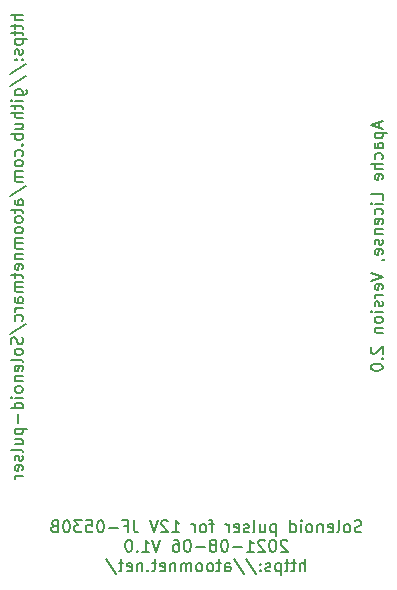
<source format=gbo>
%TF.GenerationSoftware,KiCad,Pcbnew,(5.1.9)-1*%
%TF.CreationDate,2021-08-06T17:42:55+02:00*%
%TF.ProjectId,Solenoid pulser,536f6c65-6e6f-4696-9420-70756c736572,V1.0*%
%TF.SameCoordinates,Original*%
%TF.FileFunction,Legend,Bot*%
%TF.FilePolarity,Positive*%
%FSLAX46Y46*%
G04 Gerber Fmt 4.6, Leading zero omitted, Abs format (unit mm)*
G04 Created by KiCad (PCBNEW (5.1.9)-1) date 2021-08-06 17:42:55*
%MOMM*%
%LPD*%
G01*
G04 APERTURE LIST*
%ADD10C,0.150000*%
%ADD11O,1.600000X1.600000*%
%ADD12C,1.600000*%
%ADD13O,2.200000X2.200000*%
%ADD14R,2.200000X2.200000*%
%ADD15O,1.905000X2.000000*%
%ADD16R,1.905000X2.000000*%
%ADD17C,0.800000*%
%ADD18C,6.400000*%
%ADD19C,2.010000*%
%ADD20C,3.000000*%
%ADD21R,3.000000X3.000000*%
%ADD22R,1.600000X1.600000*%
%ADD23C,2.000000*%
%ADD24C,1.800000*%
%ADD25R,1.800000X1.800000*%
%ADD26R,2.000000X2.000000*%
%ADD27C,1.200000*%
%ADD28R,1.200000X1.200000*%
G04 APERTURE END LIST*
D10*
X124626666Y-59326190D02*
X124626666Y-59802380D01*
X124912380Y-59230952D02*
X123912380Y-59564285D01*
X124912380Y-59897619D01*
X124245714Y-60230952D02*
X125245714Y-60230952D01*
X124293333Y-60230952D02*
X124245714Y-60326190D01*
X124245714Y-60516666D01*
X124293333Y-60611904D01*
X124340952Y-60659523D01*
X124436190Y-60707142D01*
X124721904Y-60707142D01*
X124817142Y-60659523D01*
X124864761Y-60611904D01*
X124912380Y-60516666D01*
X124912380Y-60326190D01*
X124864761Y-60230952D01*
X124912380Y-61564285D02*
X124388571Y-61564285D01*
X124293333Y-61516666D01*
X124245714Y-61421428D01*
X124245714Y-61230952D01*
X124293333Y-61135714D01*
X124864761Y-61564285D02*
X124912380Y-61469047D01*
X124912380Y-61230952D01*
X124864761Y-61135714D01*
X124769523Y-61088095D01*
X124674285Y-61088095D01*
X124579047Y-61135714D01*
X124531428Y-61230952D01*
X124531428Y-61469047D01*
X124483809Y-61564285D01*
X124864761Y-62469047D02*
X124912380Y-62373809D01*
X124912380Y-62183333D01*
X124864761Y-62088095D01*
X124817142Y-62040476D01*
X124721904Y-61992857D01*
X124436190Y-61992857D01*
X124340952Y-62040476D01*
X124293333Y-62088095D01*
X124245714Y-62183333D01*
X124245714Y-62373809D01*
X124293333Y-62469047D01*
X124912380Y-62897619D02*
X123912380Y-62897619D01*
X124912380Y-63326190D02*
X124388571Y-63326190D01*
X124293333Y-63278571D01*
X124245714Y-63183333D01*
X124245714Y-63040476D01*
X124293333Y-62945238D01*
X124340952Y-62897619D01*
X124864761Y-64183333D02*
X124912380Y-64088095D01*
X124912380Y-63897619D01*
X124864761Y-63802380D01*
X124769523Y-63754761D01*
X124388571Y-63754761D01*
X124293333Y-63802380D01*
X124245714Y-63897619D01*
X124245714Y-64088095D01*
X124293333Y-64183333D01*
X124388571Y-64230952D01*
X124483809Y-64230952D01*
X124579047Y-63754761D01*
X124912380Y-65897619D02*
X124912380Y-65421428D01*
X123912380Y-65421428D01*
X124912380Y-66230952D02*
X124245714Y-66230952D01*
X123912380Y-66230952D02*
X123960000Y-66183333D01*
X124007619Y-66230952D01*
X123960000Y-66278571D01*
X123912380Y-66230952D01*
X124007619Y-66230952D01*
X124864761Y-67135714D02*
X124912380Y-67040476D01*
X124912380Y-66850000D01*
X124864761Y-66754761D01*
X124817142Y-66707142D01*
X124721904Y-66659523D01*
X124436190Y-66659523D01*
X124340952Y-66707142D01*
X124293333Y-66754761D01*
X124245714Y-66850000D01*
X124245714Y-67040476D01*
X124293333Y-67135714D01*
X124864761Y-67945238D02*
X124912380Y-67850000D01*
X124912380Y-67659523D01*
X124864761Y-67564285D01*
X124769523Y-67516666D01*
X124388571Y-67516666D01*
X124293333Y-67564285D01*
X124245714Y-67659523D01*
X124245714Y-67850000D01*
X124293333Y-67945238D01*
X124388571Y-67992857D01*
X124483809Y-67992857D01*
X124579047Y-67516666D01*
X124245714Y-68421428D02*
X124912380Y-68421428D01*
X124340952Y-68421428D02*
X124293333Y-68469047D01*
X124245714Y-68564285D01*
X124245714Y-68707142D01*
X124293333Y-68802380D01*
X124388571Y-68850000D01*
X124912380Y-68850000D01*
X124864761Y-69278571D02*
X124912380Y-69373809D01*
X124912380Y-69564285D01*
X124864761Y-69659523D01*
X124769523Y-69707142D01*
X124721904Y-69707142D01*
X124626666Y-69659523D01*
X124579047Y-69564285D01*
X124579047Y-69421428D01*
X124531428Y-69326190D01*
X124436190Y-69278571D01*
X124388571Y-69278571D01*
X124293333Y-69326190D01*
X124245714Y-69421428D01*
X124245714Y-69564285D01*
X124293333Y-69659523D01*
X124864761Y-70516666D02*
X124912380Y-70421428D01*
X124912380Y-70230952D01*
X124864761Y-70135714D01*
X124769523Y-70088095D01*
X124388571Y-70088095D01*
X124293333Y-70135714D01*
X124245714Y-70230952D01*
X124245714Y-70421428D01*
X124293333Y-70516666D01*
X124388571Y-70564285D01*
X124483809Y-70564285D01*
X124579047Y-70088095D01*
X124864761Y-71040476D02*
X124912380Y-71040476D01*
X125007619Y-70992857D01*
X125055238Y-70945238D01*
X123912380Y-72088095D02*
X124912380Y-72421428D01*
X123912380Y-72754761D01*
X124864761Y-73469047D02*
X124912380Y-73373809D01*
X124912380Y-73183333D01*
X124864761Y-73088095D01*
X124769523Y-73040476D01*
X124388571Y-73040476D01*
X124293333Y-73088095D01*
X124245714Y-73183333D01*
X124245714Y-73373809D01*
X124293333Y-73469047D01*
X124388571Y-73516666D01*
X124483809Y-73516666D01*
X124579047Y-73040476D01*
X124912380Y-73945238D02*
X124245714Y-73945238D01*
X124436190Y-73945238D02*
X124340952Y-73992857D01*
X124293333Y-74040476D01*
X124245714Y-74135714D01*
X124245714Y-74230952D01*
X124864761Y-74516666D02*
X124912380Y-74611904D01*
X124912380Y-74802380D01*
X124864761Y-74897619D01*
X124769523Y-74945238D01*
X124721904Y-74945238D01*
X124626666Y-74897619D01*
X124579047Y-74802380D01*
X124579047Y-74659523D01*
X124531428Y-74564285D01*
X124436190Y-74516666D01*
X124388571Y-74516666D01*
X124293333Y-74564285D01*
X124245714Y-74659523D01*
X124245714Y-74802380D01*
X124293333Y-74897619D01*
X124912380Y-75373809D02*
X124245714Y-75373809D01*
X123912380Y-75373809D02*
X123960000Y-75326190D01*
X124007619Y-75373809D01*
X123960000Y-75421428D01*
X123912380Y-75373809D01*
X124007619Y-75373809D01*
X124912380Y-75992857D02*
X124864761Y-75897619D01*
X124817142Y-75850000D01*
X124721904Y-75802380D01*
X124436190Y-75802380D01*
X124340952Y-75850000D01*
X124293333Y-75897619D01*
X124245714Y-75992857D01*
X124245714Y-76135714D01*
X124293333Y-76230952D01*
X124340952Y-76278571D01*
X124436190Y-76326190D01*
X124721904Y-76326190D01*
X124817142Y-76278571D01*
X124864761Y-76230952D01*
X124912380Y-76135714D01*
X124912380Y-75992857D01*
X124245714Y-76754761D02*
X124912380Y-76754761D01*
X124340952Y-76754761D02*
X124293333Y-76802380D01*
X124245714Y-76897619D01*
X124245714Y-77040476D01*
X124293333Y-77135714D01*
X124388571Y-77183333D01*
X124912380Y-77183333D01*
X124007619Y-78373809D02*
X123960000Y-78421428D01*
X123912380Y-78516666D01*
X123912380Y-78754761D01*
X123960000Y-78850000D01*
X124007619Y-78897619D01*
X124102857Y-78945238D01*
X124198095Y-78945238D01*
X124340952Y-78897619D01*
X124912380Y-78326190D01*
X124912380Y-78945238D01*
X124817142Y-79373809D02*
X124864761Y-79421428D01*
X124912380Y-79373809D01*
X124864761Y-79326190D01*
X124817142Y-79373809D01*
X124912380Y-79373809D01*
X123912380Y-80040476D02*
X123912380Y-80135714D01*
X123960000Y-80230952D01*
X124007619Y-80278571D01*
X124102857Y-80326190D01*
X124293333Y-80373809D01*
X124531428Y-80373809D01*
X124721904Y-80326190D01*
X124817142Y-80278571D01*
X124864761Y-80230952D01*
X124912380Y-80135714D01*
X124912380Y-80040476D01*
X124864761Y-79945238D01*
X124817142Y-79897619D01*
X124721904Y-79850000D01*
X124531428Y-79802380D01*
X124293333Y-79802380D01*
X124102857Y-79850000D01*
X124007619Y-79897619D01*
X123960000Y-79945238D01*
X123912380Y-80040476D01*
X94432380Y-50278571D02*
X93432380Y-50278571D01*
X94432380Y-50707142D02*
X93908571Y-50707142D01*
X93813333Y-50659523D01*
X93765714Y-50564285D01*
X93765714Y-50421428D01*
X93813333Y-50326190D01*
X93860952Y-50278571D01*
X93765714Y-51040476D02*
X93765714Y-51421428D01*
X93432380Y-51183333D02*
X94289523Y-51183333D01*
X94384761Y-51230952D01*
X94432380Y-51326190D01*
X94432380Y-51421428D01*
X93765714Y-51611904D02*
X93765714Y-51992857D01*
X93432380Y-51754761D02*
X94289523Y-51754761D01*
X94384761Y-51802380D01*
X94432380Y-51897619D01*
X94432380Y-51992857D01*
X93765714Y-52326190D02*
X94765714Y-52326190D01*
X93813333Y-52326190D02*
X93765714Y-52421428D01*
X93765714Y-52611904D01*
X93813333Y-52707142D01*
X93860952Y-52754761D01*
X93956190Y-52802380D01*
X94241904Y-52802380D01*
X94337142Y-52754761D01*
X94384761Y-52707142D01*
X94432380Y-52611904D01*
X94432380Y-52421428D01*
X94384761Y-52326190D01*
X94384761Y-53183333D02*
X94432380Y-53278571D01*
X94432380Y-53469047D01*
X94384761Y-53564285D01*
X94289523Y-53611904D01*
X94241904Y-53611904D01*
X94146666Y-53564285D01*
X94099047Y-53469047D01*
X94099047Y-53326190D01*
X94051428Y-53230952D01*
X93956190Y-53183333D01*
X93908571Y-53183333D01*
X93813333Y-53230952D01*
X93765714Y-53326190D01*
X93765714Y-53469047D01*
X93813333Y-53564285D01*
X94337142Y-54040476D02*
X94384761Y-54088095D01*
X94432380Y-54040476D01*
X94384761Y-53992857D01*
X94337142Y-54040476D01*
X94432380Y-54040476D01*
X93813333Y-54040476D02*
X93860952Y-54088095D01*
X93908571Y-54040476D01*
X93860952Y-53992857D01*
X93813333Y-54040476D01*
X93908571Y-54040476D01*
X93384761Y-55230952D02*
X94670476Y-54373809D01*
X93384761Y-56278571D02*
X94670476Y-55421428D01*
X93765714Y-57040476D02*
X94575238Y-57040476D01*
X94670476Y-56992857D01*
X94718095Y-56945238D01*
X94765714Y-56850000D01*
X94765714Y-56707142D01*
X94718095Y-56611904D01*
X94384761Y-57040476D02*
X94432380Y-56945238D01*
X94432380Y-56754761D01*
X94384761Y-56659523D01*
X94337142Y-56611904D01*
X94241904Y-56564285D01*
X93956190Y-56564285D01*
X93860952Y-56611904D01*
X93813333Y-56659523D01*
X93765714Y-56754761D01*
X93765714Y-56945238D01*
X93813333Y-57040476D01*
X94432380Y-57516666D02*
X93765714Y-57516666D01*
X93432380Y-57516666D02*
X93480000Y-57469047D01*
X93527619Y-57516666D01*
X93480000Y-57564285D01*
X93432380Y-57516666D01*
X93527619Y-57516666D01*
X93765714Y-57850000D02*
X93765714Y-58230952D01*
X93432380Y-57992857D02*
X94289523Y-57992857D01*
X94384761Y-58040476D01*
X94432380Y-58135714D01*
X94432380Y-58230952D01*
X94432380Y-58564285D02*
X93432380Y-58564285D01*
X94432380Y-58992857D02*
X93908571Y-58992857D01*
X93813333Y-58945238D01*
X93765714Y-58850000D01*
X93765714Y-58707142D01*
X93813333Y-58611904D01*
X93860952Y-58564285D01*
X93765714Y-59897619D02*
X94432380Y-59897619D01*
X93765714Y-59469047D02*
X94289523Y-59469047D01*
X94384761Y-59516666D01*
X94432380Y-59611904D01*
X94432380Y-59754761D01*
X94384761Y-59850000D01*
X94337142Y-59897619D01*
X94432380Y-60373809D02*
X93432380Y-60373809D01*
X93813333Y-60373809D02*
X93765714Y-60469047D01*
X93765714Y-60659523D01*
X93813333Y-60754761D01*
X93860952Y-60802380D01*
X93956190Y-60850000D01*
X94241904Y-60850000D01*
X94337142Y-60802380D01*
X94384761Y-60754761D01*
X94432380Y-60659523D01*
X94432380Y-60469047D01*
X94384761Y-60373809D01*
X94337142Y-61278571D02*
X94384761Y-61326190D01*
X94432380Y-61278571D01*
X94384761Y-61230952D01*
X94337142Y-61278571D01*
X94432380Y-61278571D01*
X94384761Y-62183333D02*
X94432380Y-62088095D01*
X94432380Y-61897619D01*
X94384761Y-61802380D01*
X94337142Y-61754761D01*
X94241904Y-61707142D01*
X93956190Y-61707142D01*
X93860952Y-61754761D01*
X93813333Y-61802380D01*
X93765714Y-61897619D01*
X93765714Y-62088095D01*
X93813333Y-62183333D01*
X94432380Y-62754761D02*
X94384761Y-62659523D01*
X94337142Y-62611904D01*
X94241904Y-62564285D01*
X93956190Y-62564285D01*
X93860952Y-62611904D01*
X93813333Y-62659523D01*
X93765714Y-62754761D01*
X93765714Y-62897619D01*
X93813333Y-62992857D01*
X93860952Y-63040476D01*
X93956190Y-63088095D01*
X94241904Y-63088095D01*
X94337142Y-63040476D01*
X94384761Y-62992857D01*
X94432380Y-62897619D01*
X94432380Y-62754761D01*
X94432380Y-63516666D02*
X93765714Y-63516666D01*
X93860952Y-63516666D02*
X93813333Y-63564285D01*
X93765714Y-63659523D01*
X93765714Y-63802380D01*
X93813333Y-63897619D01*
X93908571Y-63945238D01*
X94432380Y-63945238D01*
X93908571Y-63945238D02*
X93813333Y-63992857D01*
X93765714Y-64088095D01*
X93765714Y-64230952D01*
X93813333Y-64326190D01*
X93908571Y-64373809D01*
X94432380Y-64373809D01*
X93384761Y-65564285D02*
X94670476Y-64707142D01*
X94432380Y-66326190D02*
X93908571Y-66326190D01*
X93813333Y-66278571D01*
X93765714Y-66183333D01*
X93765714Y-65992857D01*
X93813333Y-65897619D01*
X94384761Y-66326190D02*
X94432380Y-66230952D01*
X94432380Y-65992857D01*
X94384761Y-65897619D01*
X94289523Y-65850000D01*
X94194285Y-65850000D01*
X94099047Y-65897619D01*
X94051428Y-65992857D01*
X94051428Y-66230952D01*
X94003809Y-66326190D01*
X93765714Y-66659523D02*
X93765714Y-67040476D01*
X93432380Y-66802380D02*
X94289523Y-66802380D01*
X94384761Y-66850000D01*
X94432380Y-66945238D01*
X94432380Y-67040476D01*
X94432380Y-67516666D02*
X94384761Y-67421428D01*
X94337142Y-67373809D01*
X94241904Y-67326190D01*
X93956190Y-67326190D01*
X93860952Y-67373809D01*
X93813333Y-67421428D01*
X93765714Y-67516666D01*
X93765714Y-67659523D01*
X93813333Y-67754761D01*
X93860952Y-67802380D01*
X93956190Y-67850000D01*
X94241904Y-67850000D01*
X94337142Y-67802380D01*
X94384761Y-67754761D01*
X94432380Y-67659523D01*
X94432380Y-67516666D01*
X94432380Y-68421428D02*
X94384761Y-68326190D01*
X94337142Y-68278571D01*
X94241904Y-68230952D01*
X93956190Y-68230952D01*
X93860952Y-68278571D01*
X93813333Y-68326190D01*
X93765714Y-68421428D01*
X93765714Y-68564285D01*
X93813333Y-68659523D01*
X93860952Y-68707142D01*
X93956190Y-68754761D01*
X94241904Y-68754761D01*
X94337142Y-68707142D01*
X94384761Y-68659523D01*
X94432380Y-68564285D01*
X94432380Y-68421428D01*
X94432380Y-69183333D02*
X93765714Y-69183333D01*
X93860952Y-69183333D02*
X93813333Y-69230952D01*
X93765714Y-69326190D01*
X93765714Y-69469047D01*
X93813333Y-69564285D01*
X93908571Y-69611904D01*
X94432380Y-69611904D01*
X93908571Y-69611904D02*
X93813333Y-69659523D01*
X93765714Y-69754761D01*
X93765714Y-69897619D01*
X93813333Y-69992857D01*
X93908571Y-70040476D01*
X94432380Y-70040476D01*
X93765714Y-70516666D02*
X94432380Y-70516666D01*
X93860952Y-70516666D02*
X93813333Y-70564285D01*
X93765714Y-70659523D01*
X93765714Y-70802380D01*
X93813333Y-70897619D01*
X93908571Y-70945238D01*
X94432380Y-70945238D01*
X94384761Y-71802380D02*
X94432380Y-71707142D01*
X94432380Y-71516666D01*
X94384761Y-71421428D01*
X94289523Y-71373809D01*
X93908571Y-71373809D01*
X93813333Y-71421428D01*
X93765714Y-71516666D01*
X93765714Y-71707142D01*
X93813333Y-71802380D01*
X93908571Y-71849999D01*
X94003809Y-71849999D01*
X94099047Y-71373809D01*
X93765714Y-72135714D02*
X93765714Y-72516666D01*
X93432380Y-72278571D02*
X94289523Y-72278571D01*
X94384761Y-72326190D01*
X94432380Y-72421428D01*
X94432380Y-72516666D01*
X94432380Y-72849999D02*
X93765714Y-72849999D01*
X93860952Y-72849999D02*
X93813333Y-72897619D01*
X93765714Y-72992857D01*
X93765714Y-73135714D01*
X93813333Y-73230952D01*
X93908571Y-73278571D01*
X94432380Y-73278571D01*
X93908571Y-73278571D02*
X93813333Y-73326190D01*
X93765714Y-73421428D01*
X93765714Y-73564285D01*
X93813333Y-73659523D01*
X93908571Y-73707142D01*
X94432380Y-73707142D01*
X94432380Y-74611904D02*
X93908571Y-74611904D01*
X93813333Y-74564285D01*
X93765714Y-74469047D01*
X93765714Y-74278571D01*
X93813333Y-74183333D01*
X94384761Y-74611904D02*
X94432380Y-74516666D01*
X94432380Y-74278571D01*
X94384761Y-74183333D01*
X94289523Y-74135714D01*
X94194285Y-74135714D01*
X94099047Y-74183333D01*
X94051428Y-74278571D01*
X94051428Y-74516666D01*
X94003809Y-74611904D01*
X94432380Y-75088095D02*
X93765714Y-75088095D01*
X93956190Y-75088095D02*
X93860952Y-75135714D01*
X93813333Y-75183333D01*
X93765714Y-75278571D01*
X93765714Y-75373809D01*
X94384761Y-76135714D02*
X94432380Y-76040476D01*
X94432380Y-75849999D01*
X94384761Y-75754761D01*
X94337142Y-75707142D01*
X94241904Y-75659523D01*
X93956190Y-75659523D01*
X93860952Y-75707142D01*
X93813333Y-75754761D01*
X93765714Y-75849999D01*
X93765714Y-76040476D01*
X93813333Y-76135714D01*
X93384761Y-77278571D02*
X94670476Y-76421428D01*
X94384761Y-77564285D02*
X94432380Y-77707142D01*
X94432380Y-77945238D01*
X94384761Y-78040476D01*
X94337142Y-78088095D01*
X94241904Y-78135714D01*
X94146666Y-78135714D01*
X94051428Y-78088095D01*
X94003809Y-78040476D01*
X93956190Y-77945238D01*
X93908571Y-77754761D01*
X93860952Y-77659523D01*
X93813333Y-77611904D01*
X93718095Y-77564285D01*
X93622857Y-77564285D01*
X93527619Y-77611904D01*
X93480000Y-77659523D01*
X93432380Y-77754761D01*
X93432380Y-77992857D01*
X93480000Y-78135714D01*
X94432380Y-78707142D02*
X94384761Y-78611904D01*
X94337142Y-78564285D01*
X94241904Y-78516666D01*
X93956190Y-78516666D01*
X93860952Y-78564285D01*
X93813333Y-78611904D01*
X93765714Y-78707142D01*
X93765714Y-78849999D01*
X93813333Y-78945238D01*
X93860952Y-78992857D01*
X93956190Y-79040476D01*
X94241904Y-79040476D01*
X94337142Y-78992857D01*
X94384761Y-78945238D01*
X94432380Y-78849999D01*
X94432380Y-78707142D01*
X94432380Y-79611904D02*
X94384761Y-79516666D01*
X94289523Y-79469047D01*
X93432380Y-79469047D01*
X94384761Y-80373809D02*
X94432380Y-80278571D01*
X94432380Y-80088095D01*
X94384761Y-79992857D01*
X94289523Y-79945238D01*
X93908571Y-79945238D01*
X93813333Y-79992857D01*
X93765714Y-80088095D01*
X93765714Y-80278571D01*
X93813333Y-80373809D01*
X93908571Y-80421428D01*
X94003809Y-80421428D01*
X94099047Y-79945238D01*
X93765714Y-80849999D02*
X94432380Y-80849999D01*
X93860952Y-80849999D02*
X93813333Y-80897619D01*
X93765714Y-80992857D01*
X93765714Y-81135714D01*
X93813333Y-81230952D01*
X93908571Y-81278571D01*
X94432380Y-81278571D01*
X94432380Y-81897619D02*
X94384761Y-81802380D01*
X94337142Y-81754761D01*
X94241904Y-81707142D01*
X93956190Y-81707142D01*
X93860952Y-81754761D01*
X93813333Y-81802380D01*
X93765714Y-81897619D01*
X93765714Y-82040476D01*
X93813333Y-82135714D01*
X93860952Y-82183333D01*
X93956190Y-82230952D01*
X94241904Y-82230952D01*
X94337142Y-82183333D01*
X94384761Y-82135714D01*
X94432380Y-82040476D01*
X94432380Y-81897619D01*
X94432380Y-82659523D02*
X93765714Y-82659523D01*
X93432380Y-82659523D02*
X93480000Y-82611904D01*
X93527619Y-82659523D01*
X93480000Y-82707142D01*
X93432380Y-82659523D01*
X93527619Y-82659523D01*
X94432380Y-83564285D02*
X93432380Y-83564285D01*
X94384761Y-83564285D02*
X94432380Y-83469047D01*
X94432380Y-83278571D01*
X94384761Y-83183333D01*
X94337142Y-83135714D01*
X94241904Y-83088095D01*
X93956190Y-83088095D01*
X93860952Y-83135714D01*
X93813333Y-83183333D01*
X93765714Y-83278571D01*
X93765714Y-83469047D01*
X93813333Y-83564285D01*
X94051428Y-84040476D02*
X94051428Y-84802380D01*
X93765714Y-85278571D02*
X94765714Y-85278571D01*
X93813333Y-85278571D02*
X93765714Y-85373809D01*
X93765714Y-85564285D01*
X93813333Y-85659523D01*
X93860952Y-85707142D01*
X93956190Y-85754761D01*
X94241904Y-85754761D01*
X94337142Y-85707142D01*
X94384761Y-85659523D01*
X94432380Y-85564285D01*
X94432380Y-85373809D01*
X94384761Y-85278571D01*
X93765714Y-86611904D02*
X94432380Y-86611904D01*
X93765714Y-86183333D02*
X94289523Y-86183333D01*
X94384761Y-86230952D01*
X94432380Y-86326190D01*
X94432380Y-86469047D01*
X94384761Y-86564285D01*
X94337142Y-86611904D01*
X94432380Y-87230952D02*
X94384761Y-87135714D01*
X94289523Y-87088095D01*
X93432380Y-87088095D01*
X94384761Y-87564285D02*
X94432380Y-87659523D01*
X94432380Y-87849999D01*
X94384761Y-87945238D01*
X94289523Y-87992857D01*
X94241904Y-87992857D01*
X94146666Y-87945238D01*
X94099047Y-87849999D01*
X94099047Y-87707142D01*
X94051428Y-87611904D01*
X93956190Y-87564285D01*
X93908571Y-87564285D01*
X93813333Y-87611904D01*
X93765714Y-87707142D01*
X93765714Y-87849999D01*
X93813333Y-87945238D01*
X94384761Y-88802380D02*
X94432380Y-88707142D01*
X94432380Y-88516666D01*
X94384761Y-88421428D01*
X94289523Y-88373809D01*
X93908571Y-88373809D01*
X93813333Y-88421428D01*
X93765714Y-88516666D01*
X93765714Y-88707142D01*
X93813333Y-88802380D01*
X93908571Y-88849999D01*
X94003809Y-88849999D01*
X94099047Y-88373809D01*
X94432380Y-89278571D02*
X93765714Y-89278571D01*
X93956190Y-89278571D02*
X93860952Y-89326190D01*
X93813333Y-89373809D01*
X93765714Y-89469047D01*
X93765714Y-89564285D01*
X123101047Y-94004761D02*
X122958190Y-94052380D01*
X122720095Y-94052380D01*
X122624857Y-94004761D01*
X122577238Y-93957142D01*
X122529619Y-93861904D01*
X122529619Y-93766666D01*
X122577238Y-93671428D01*
X122624857Y-93623809D01*
X122720095Y-93576190D01*
X122910571Y-93528571D01*
X123005809Y-93480952D01*
X123053428Y-93433333D01*
X123101047Y-93338095D01*
X123101047Y-93242857D01*
X123053428Y-93147619D01*
X123005809Y-93100000D01*
X122910571Y-93052380D01*
X122672476Y-93052380D01*
X122529619Y-93100000D01*
X121958190Y-94052380D02*
X122053428Y-94004761D01*
X122101047Y-93957142D01*
X122148666Y-93861904D01*
X122148666Y-93576190D01*
X122101047Y-93480952D01*
X122053428Y-93433333D01*
X121958190Y-93385714D01*
X121815333Y-93385714D01*
X121720095Y-93433333D01*
X121672476Y-93480952D01*
X121624857Y-93576190D01*
X121624857Y-93861904D01*
X121672476Y-93957142D01*
X121720095Y-94004761D01*
X121815333Y-94052380D01*
X121958190Y-94052380D01*
X121053428Y-94052380D02*
X121148666Y-94004761D01*
X121196285Y-93909523D01*
X121196285Y-93052380D01*
X120291523Y-94004761D02*
X120386761Y-94052380D01*
X120577238Y-94052380D01*
X120672476Y-94004761D01*
X120720095Y-93909523D01*
X120720095Y-93528571D01*
X120672476Y-93433333D01*
X120577238Y-93385714D01*
X120386761Y-93385714D01*
X120291523Y-93433333D01*
X120243904Y-93528571D01*
X120243904Y-93623809D01*
X120720095Y-93719047D01*
X119815333Y-93385714D02*
X119815333Y-94052380D01*
X119815333Y-93480952D02*
X119767714Y-93433333D01*
X119672476Y-93385714D01*
X119529619Y-93385714D01*
X119434380Y-93433333D01*
X119386761Y-93528571D01*
X119386761Y-94052380D01*
X118767714Y-94052380D02*
X118862952Y-94004761D01*
X118910571Y-93957142D01*
X118958190Y-93861904D01*
X118958190Y-93576190D01*
X118910571Y-93480952D01*
X118862952Y-93433333D01*
X118767714Y-93385714D01*
X118624857Y-93385714D01*
X118529619Y-93433333D01*
X118482000Y-93480952D01*
X118434380Y-93576190D01*
X118434380Y-93861904D01*
X118482000Y-93957142D01*
X118529619Y-94004761D01*
X118624857Y-94052380D01*
X118767714Y-94052380D01*
X118005809Y-94052380D02*
X118005809Y-93385714D01*
X118005809Y-93052380D02*
X118053428Y-93100000D01*
X118005809Y-93147619D01*
X117958190Y-93100000D01*
X118005809Y-93052380D01*
X118005809Y-93147619D01*
X117101047Y-94052380D02*
X117101047Y-93052380D01*
X117101047Y-94004761D02*
X117196285Y-94052380D01*
X117386761Y-94052380D01*
X117482000Y-94004761D01*
X117529619Y-93957142D01*
X117577238Y-93861904D01*
X117577238Y-93576190D01*
X117529619Y-93480952D01*
X117482000Y-93433333D01*
X117386761Y-93385714D01*
X117196285Y-93385714D01*
X117101047Y-93433333D01*
X115862952Y-93385714D02*
X115862952Y-94385714D01*
X115862952Y-93433333D02*
X115767714Y-93385714D01*
X115577238Y-93385714D01*
X115482000Y-93433333D01*
X115434380Y-93480952D01*
X115386761Y-93576190D01*
X115386761Y-93861904D01*
X115434380Y-93957142D01*
X115482000Y-94004761D01*
X115577238Y-94052380D01*
X115767714Y-94052380D01*
X115862952Y-94004761D01*
X114529619Y-93385714D02*
X114529619Y-94052380D01*
X114958190Y-93385714D02*
X114958190Y-93909523D01*
X114910571Y-94004761D01*
X114815333Y-94052380D01*
X114672476Y-94052380D01*
X114577238Y-94004761D01*
X114529619Y-93957142D01*
X113910571Y-94052380D02*
X114005809Y-94004761D01*
X114053428Y-93909523D01*
X114053428Y-93052380D01*
X113577238Y-94004761D02*
X113482000Y-94052380D01*
X113291523Y-94052380D01*
X113196285Y-94004761D01*
X113148666Y-93909523D01*
X113148666Y-93861904D01*
X113196285Y-93766666D01*
X113291523Y-93719047D01*
X113434380Y-93719047D01*
X113529619Y-93671428D01*
X113577238Y-93576190D01*
X113577238Y-93528571D01*
X113529619Y-93433333D01*
X113434380Y-93385714D01*
X113291523Y-93385714D01*
X113196285Y-93433333D01*
X112339142Y-94004761D02*
X112434380Y-94052380D01*
X112624857Y-94052380D01*
X112720095Y-94004761D01*
X112767714Y-93909523D01*
X112767714Y-93528571D01*
X112720095Y-93433333D01*
X112624857Y-93385714D01*
X112434380Y-93385714D01*
X112339142Y-93433333D01*
X112291523Y-93528571D01*
X112291523Y-93623809D01*
X112767714Y-93719047D01*
X111862952Y-94052380D02*
X111862952Y-93385714D01*
X111862952Y-93576190D02*
X111815333Y-93480952D01*
X111767714Y-93433333D01*
X111672476Y-93385714D01*
X111577238Y-93385714D01*
X110624857Y-93385714D02*
X110243904Y-93385714D01*
X110482000Y-94052380D02*
X110482000Y-93195238D01*
X110434380Y-93100000D01*
X110339142Y-93052380D01*
X110243904Y-93052380D01*
X109767714Y-94052380D02*
X109862952Y-94004761D01*
X109910571Y-93957142D01*
X109958190Y-93861904D01*
X109958190Y-93576190D01*
X109910571Y-93480952D01*
X109862952Y-93433333D01*
X109767714Y-93385714D01*
X109624857Y-93385714D01*
X109529619Y-93433333D01*
X109482000Y-93480952D01*
X109434380Y-93576190D01*
X109434380Y-93861904D01*
X109482000Y-93957142D01*
X109529619Y-94004761D01*
X109624857Y-94052380D01*
X109767714Y-94052380D01*
X109005809Y-94052380D02*
X109005809Y-93385714D01*
X109005809Y-93576190D02*
X108958190Y-93480952D01*
X108910571Y-93433333D01*
X108815333Y-93385714D01*
X108720095Y-93385714D01*
X107101047Y-94052380D02*
X107672476Y-94052380D01*
X107386761Y-94052380D02*
X107386761Y-93052380D01*
X107482000Y-93195238D01*
X107577238Y-93290476D01*
X107672476Y-93338095D01*
X106720095Y-93147619D02*
X106672476Y-93100000D01*
X106577238Y-93052380D01*
X106339142Y-93052380D01*
X106243904Y-93100000D01*
X106196285Y-93147619D01*
X106148666Y-93242857D01*
X106148666Y-93338095D01*
X106196285Y-93480952D01*
X106767714Y-94052380D01*
X106148666Y-94052380D01*
X105862952Y-93052380D02*
X105529619Y-94052380D01*
X105196285Y-93052380D01*
X103815333Y-93052380D02*
X103815333Y-93766666D01*
X103862952Y-93909523D01*
X103958190Y-94004761D01*
X104101047Y-94052380D01*
X104196285Y-94052380D01*
X103005809Y-93528571D02*
X103339142Y-93528571D01*
X103339142Y-94052380D02*
X103339142Y-93052380D01*
X102862952Y-93052380D01*
X102482000Y-93671428D02*
X101720095Y-93671428D01*
X101053428Y-93052380D02*
X100958190Y-93052380D01*
X100862952Y-93100000D01*
X100815333Y-93147619D01*
X100767714Y-93242857D01*
X100720095Y-93433333D01*
X100720095Y-93671428D01*
X100767714Y-93861904D01*
X100815333Y-93957142D01*
X100862952Y-94004761D01*
X100958190Y-94052380D01*
X101053428Y-94052380D01*
X101148666Y-94004761D01*
X101196285Y-93957142D01*
X101243904Y-93861904D01*
X101291523Y-93671428D01*
X101291523Y-93433333D01*
X101243904Y-93242857D01*
X101196285Y-93147619D01*
X101148666Y-93100000D01*
X101053428Y-93052380D01*
X99815333Y-93052380D02*
X100291523Y-93052380D01*
X100339142Y-93528571D01*
X100291523Y-93480952D01*
X100196285Y-93433333D01*
X99958190Y-93433333D01*
X99862952Y-93480952D01*
X99815333Y-93528571D01*
X99767714Y-93623809D01*
X99767714Y-93861904D01*
X99815333Y-93957142D01*
X99862952Y-94004761D01*
X99958190Y-94052380D01*
X100196285Y-94052380D01*
X100291523Y-94004761D01*
X100339142Y-93957142D01*
X99434380Y-93052380D02*
X98815333Y-93052380D01*
X99148666Y-93433333D01*
X99005809Y-93433333D01*
X98910571Y-93480952D01*
X98862952Y-93528571D01*
X98815333Y-93623809D01*
X98815333Y-93861904D01*
X98862952Y-93957142D01*
X98910571Y-94004761D01*
X99005809Y-94052380D01*
X99291523Y-94052380D01*
X99386761Y-94004761D01*
X99434380Y-93957142D01*
X98196285Y-93052380D02*
X98101047Y-93052380D01*
X98005809Y-93100000D01*
X97958190Y-93147619D01*
X97910571Y-93242857D01*
X97862952Y-93433333D01*
X97862952Y-93671428D01*
X97910571Y-93861904D01*
X97958190Y-93957142D01*
X98005809Y-94004761D01*
X98101047Y-94052380D01*
X98196285Y-94052380D01*
X98291523Y-94004761D01*
X98339142Y-93957142D01*
X98386761Y-93861904D01*
X98434380Y-93671428D01*
X98434380Y-93433333D01*
X98386761Y-93242857D01*
X98339142Y-93147619D01*
X98291523Y-93100000D01*
X98196285Y-93052380D01*
X97101047Y-93528571D02*
X96958190Y-93576190D01*
X96910571Y-93623809D01*
X96862952Y-93719047D01*
X96862952Y-93861904D01*
X96910571Y-93957142D01*
X96958190Y-94004761D01*
X97053428Y-94052380D01*
X97434380Y-94052380D01*
X97434380Y-93052380D01*
X97101047Y-93052380D01*
X97005809Y-93100000D01*
X96958190Y-93147619D01*
X96910571Y-93242857D01*
X96910571Y-93338095D01*
X96958190Y-93433333D01*
X97005809Y-93480952D01*
X97101047Y-93528571D01*
X97434380Y-93528571D01*
X116839142Y-94797619D02*
X116791523Y-94750000D01*
X116696285Y-94702380D01*
X116458190Y-94702380D01*
X116362952Y-94750000D01*
X116315333Y-94797619D01*
X116267714Y-94892857D01*
X116267714Y-94988095D01*
X116315333Y-95130952D01*
X116886761Y-95702380D01*
X116267714Y-95702380D01*
X115648666Y-94702380D02*
X115553428Y-94702380D01*
X115458190Y-94750000D01*
X115410571Y-94797619D01*
X115362952Y-94892857D01*
X115315333Y-95083333D01*
X115315333Y-95321428D01*
X115362952Y-95511904D01*
X115410571Y-95607142D01*
X115458190Y-95654761D01*
X115553428Y-95702380D01*
X115648666Y-95702380D01*
X115743904Y-95654761D01*
X115791523Y-95607142D01*
X115839142Y-95511904D01*
X115886761Y-95321428D01*
X115886761Y-95083333D01*
X115839142Y-94892857D01*
X115791523Y-94797619D01*
X115743904Y-94750000D01*
X115648666Y-94702380D01*
X114934380Y-94797619D02*
X114886761Y-94750000D01*
X114791523Y-94702380D01*
X114553428Y-94702380D01*
X114458190Y-94750000D01*
X114410571Y-94797619D01*
X114362952Y-94892857D01*
X114362952Y-94988095D01*
X114410571Y-95130952D01*
X114982000Y-95702380D01*
X114362952Y-95702380D01*
X113410571Y-95702380D02*
X113982000Y-95702380D01*
X113696285Y-95702380D02*
X113696285Y-94702380D01*
X113791523Y-94845238D01*
X113886761Y-94940476D01*
X113982000Y-94988095D01*
X112982000Y-95321428D02*
X112220095Y-95321428D01*
X111553428Y-94702380D02*
X111458190Y-94702380D01*
X111362952Y-94750000D01*
X111315333Y-94797619D01*
X111267714Y-94892857D01*
X111220095Y-95083333D01*
X111220095Y-95321428D01*
X111267714Y-95511904D01*
X111315333Y-95607142D01*
X111362952Y-95654761D01*
X111458190Y-95702380D01*
X111553428Y-95702380D01*
X111648666Y-95654761D01*
X111696285Y-95607142D01*
X111743904Y-95511904D01*
X111791523Y-95321428D01*
X111791523Y-95083333D01*
X111743904Y-94892857D01*
X111696285Y-94797619D01*
X111648666Y-94750000D01*
X111553428Y-94702380D01*
X110648666Y-95130952D02*
X110743904Y-95083333D01*
X110791523Y-95035714D01*
X110839142Y-94940476D01*
X110839142Y-94892857D01*
X110791523Y-94797619D01*
X110743904Y-94750000D01*
X110648666Y-94702380D01*
X110458190Y-94702380D01*
X110362952Y-94750000D01*
X110315333Y-94797619D01*
X110267714Y-94892857D01*
X110267714Y-94940476D01*
X110315333Y-95035714D01*
X110362952Y-95083333D01*
X110458190Y-95130952D01*
X110648666Y-95130952D01*
X110743904Y-95178571D01*
X110791523Y-95226190D01*
X110839142Y-95321428D01*
X110839142Y-95511904D01*
X110791523Y-95607142D01*
X110743904Y-95654761D01*
X110648666Y-95702380D01*
X110458190Y-95702380D01*
X110362952Y-95654761D01*
X110315333Y-95607142D01*
X110267714Y-95511904D01*
X110267714Y-95321428D01*
X110315333Y-95226190D01*
X110362952Y-95178571D01*
X110458190Y-95130952D01*
X109839142Y-95321428D02*
X109077238Y-95321428D01*
X108410571Y-94702380D02*
X108315333Y-94702380D01*
X108220095Y-94750000D01*
X108172476Y-94797619D01*
X108124857Y-94892857D01*
X108077238Y-95083333D01*
X108077238Y-95321428D01*
X108124857Y-95511904D01*
X108172476Y-95607142D01*
X108220095Y-95654761D01*
X108315333Y-95702380D01*
X108410571Y-95702380D01*
X108505809Y-95654761D01*
X108553428Y-95607142D01*
X108601047Y-95511904D01*
X108648666Y-95321428D01*
X108648666Y-95083333D01*
X108601047Y-94892857D01*
X108553428Y-94797619D01*
X108505809Y-94750000D01*
X108410571Y-94702380D01*
X107220095Y-94702380D02*
X107410571Y-94702380D01*
X107505809Y-94750000D01*
X107553428Y-94797619D01*
X107648666Y-94940476D01*
X107696285Y-95130952D01*
X107696285Y-95511904D01*
X107648666Y-95607142D01*
X107601047Y-95654761D01*
X107505809Y-95702380D01*
X107315333Y-95702380D01*
X107220095Y-95654761D01*
X107172476Y-95607142D01*
X107124857Y-95511904D01*
X107124857Y-95273809D01*
X107172476Y-95178571D01*
X107220095Y-95130952D01*
X107315333Y-95083333D01*
X107505809Y-95083333D01*
X107601047Y-95130952D01*
X107648666Y-95178571D01*
X107696285Y-95273809D01*
X106077238Y-94702380D02*
X105743904Y-95702380D01*
X105410571Y-94702380D01*
X104553428Y-95702380D02*
X105124857Y-95702380D01*
X104839142Y-95702380D02*
X104839142Y-94702380D01*
X104934380Y-94845238D01*
X105029619Y-94940476D01*
X105124857Y-94988095D01*
X104124857Y-95607142D02*
X104077238Y-95654761D01*
X104124857Y-95702380D01*
X104172476Y-95654761D01*
X104124857Y-95607142D01*
X104124857Y-95702380D01*
X103458190Y-94702380D02*
X103362952Y-94702380D01*
X103267714Y-94750000D01*
X103220095Y-94797619D01*
X103172476Y-94892857D01*
X103124857Y-95083333D01*
X103124857Y-95321428D01*
X103172476Y-95511904D01*
X103220095Y-95607142D01*
X103267714Y-95654761D01*
X103362952Y-95702380D01*
X103458190Y-95702380D01*
X103553428Y-95654761D01*
X103601047Y-95607142D01*
X103648666Y-95511904D01*
X103696285Y-95321428D01*
X103696285Y-95083333D01*
X103648666Y-94892857D01*
X103601047Y-94797619D01*
X103553428Y-94750000D01*
X103458190Y-94702380D01*
X118315333Y-97352380D02*
X118315333Y-96352380D01*
X117886761Y-97352380D02*
X117886761Y-96828571D01*
X117934380Y-96733333D01*
X118029619Y-96685714D01*
X118172476Y-96685714D01*
X118267714Y-96733333D01*
X118315333Y-96780952D01*
X117553428Y-96685714D02*
X117172476Y-96685714D01*
X117410571Y-96352380D02*
X117410571Y-97209523D01*
X117362952Y-97304761D01*
X117267714Y-97352380D01*
X117172476Y-97352380D01*
X116982000Y-96685714D02*
X116601047Y-96685714D01*
X116839142Y-96352380D02*
X116839142Y-97209523D01*
X116791523Y-97304761D01*
X116696285Y-97352380D01*
X116601047Y-97352380D01*
X116267714Y-96685714D02*
X116267714Y-97685714D01*
X116267714Y-96733333D02*
X116172476Y-96685714D01*
X115982000Y-96685714D01*
X115886761Y-96733333D01*
X115839142Y-96780952D01*
X115791523Y-96876190D01*
X115791523Y-97161904D01*
X115839142Y-97257142D01*
X115886761Y-97304761D01*
X115982000Y-97352380D01*
X116172476Y-97352380D01*
X116267714Y-97304761D01*
X115410571Y-97304761D02*
X115315333Y-97352380D01*
X115124857Y-97352380D01*
X115029619Y-97304761D01*
X114982000Y-97209523D01*
X114982000Y-97161904D01*
X115029619Y-97066666D01*
X115124857Y-97019047D01*
X115267714Y-97019047D01*
X115362952Y-96971428D01*
X115410571Y-96876190D01*
X115410571Y-96828571D01*
X115362952Y-96733333D01*
X115267714Y-96685714D01*
X115124857Y-96685714D01*
X115029619Y-96733333D01*
X114553428Y-97257142D02*
X114505809Y-97304761D01*
X114553428Y-97352380D01*
X114601047Y-97304761D01*
X114553428Y-97257142D01*
X114553428Y-97352380D01*
X114553428Y-96733333D02*
X114505809Y-96780952D01*
X114553428Y-96828571D01*
X114601047Y-96780952D01*
X114553428Y-96733333D01*
X114553428Y-96828571D01*
X113362952Y-96304761D02*
X114220095Y-97590476D01*
X112315333Y-96304761D02*
X113172476Y-97590476D01*
X111553428Y-97352380D02*
X111553428Y-96828571D01*
X111601047Y-96733333D01*
X111696285Y-96685714D01*
X111886761Y-96685714D01*
X111982000Y-96733333D01*
X111553428Y-97304761D02*
X111648666Y-97352380D01*
X111886761Y-97352380D01*
X111982000Y-97304761D01*
X112029619Y-97209523D01*
X112029619Y-97114285D01*
X111982000Y-97019047D01*
X111886761Y-96971428D01*
X111648666Y-96971428D01*
X111553428Y-96923809D01*
X111220095Y-96685714D02*
X110839142Y-96685714D01*
X111077238Y-96352380D02*
X111077238Y-97209523D01*
X111029619Y-97304761D01*
X110934380Y-97352380D01*
X110839142Y-97352380D01*
X110362952Y-97352380D02*
X110458190Y-97304761D01*
X110505809Y-97257142D01*
X110553428Y-97161904D01*
X110553428Y-96876190D01*
X110505809Y-96780952D01*
X110458190Y-96733333D01*
X110362952Y-96685714D01*
X110220095Y-96685714D01*
X110124857Y-96733333D01*
X110077238Y-96780952D01*
X110029619Y-96876190D01*
X110029619Y-97161904D01*
X110077238Y-97257142D01*
X110124857Y-97304761D01*
X110220095Y-97352380D01*
X110362952Y-97352380D01*
X109458190Y-97352380D02*
X109553428Y-97304761D01*
X109601047Y-97257142D01*
X109648666Y-97161904D01*
X109648666Y-96876190D01*
X109601047Y-96780952D01*
X109553428Y-96733333D01*
X109458190Y-96685714D01*
X109315333Y-96685714D01*
X109220095Y-96733333D01*
X109172476Y-96780952D01*
X109124857Y-96876190D01*
X109124857Y-97161904D01*
X109172476Y-97257142D01*
X109220095Y-97304761D01*
X109315333Y-97352380D01*
X109458190Y-97352380D01*
X108696285Y-97352380D02*
X108696285Y-96685714D01*
X108696285Y-96780952D02*
X108648666Y-96733333D01*
X108553428Y-96685714D01*
X108410571Y-96685714D01*
X108315333Y-96733333D01*
X108267714Y-96828571D01*
X108267714Y-97352380D01*
X108267714Y-96828571D02*
X108220095Y-96733333D01*
X108124857Y-96685714D01*
X107982000Y-96685714D01*
X107886761Y-96733333D01*
X107839142Y-96828571D01*
X107839142Y-97352380D01*
X107362952Y-96685714D02*
X107362952Y-97352380D01*
X107362952Y-96780952D02*
X107315333Y-96733333D01*
X107220095Y-96685714D01*
X107077238Y-96685714D01*
X106982000Y-96733333D01*
X106934380Y-96828571D01*
X106934380Y-97352380D01*
X106077238Y-97304761D02*
X106172476Y-97352380D01*
X106362952Y-97352380D01*
X106458190Y-97304761D01*
X106505809Y-97209523D01*
X106505809Y-96828571D01*
X106458190Y-96733333D01*
X106362952Y-96685714D01*
X106172476Y-96685714D01*
X106077238Y-96733333D01*
X106029619Y-96828571D01*
X106029619Y-96923809D01*
X106505809Y-97019047D01*
X105743904Y-96685714D02*
X105362952Y-96685714D01*
X105601047Y-96352380D02*
X105601047Y-97209523D01*
X105553428Y-97304761D01*
X105458190Y-97352380D01*
X105362952Y-97352380D01*
X105029619Y-97257142D02*
X104982000Y-97304761D01*
X105029619Y-97352380D01*
X105077238Y-97304761D01*
X105029619Y-97257142D01*
X105029619Y-97352380D01*
X104553428Y-96685714D02*
X104553428Y-97352380D01*
X104553428Y-96780952D02*
X104505809Y-96733333D01*
X104410571Y-96685714D01*
X104267714Y-96685714D01*
X104172476Y-96733333D01*
X104124857Y-96828571D01*
X104124857Y-97352380D01*
X103267714Y-97304761D02*
X103362952Y-97352380D01*
X103553428Y-97352380D01*
X103648666Y-97304761D01*
X103696285Y-97209523D01*
X103696285Y-96828571D01*
X103648666Y-96733333D01*
X103553428Y-96685714D01*
X103362952Y-96685714D01*
X103267714Y-96733333D01*
X103220095Y-96828571D01*
X103220095Y-96923809D01*
X103696285Y-97019047D01*
X102934380Y-96685714D02*
X102553428Y-96685714D01*
X102791523Y-96352380D02*
X102791523Y-97209523D01*
X102743904Y-97304761D01*
X102648666Y-97352380D01*
X102553428Y-97352380D01*
X101505809Y-96304761D02*
X102362952Y-97590476D01*
%LPC*%
D11*
X121920000Y-54610000D03*
D12*
X116840000Y-54610000D03*
D11*
X121920000Y-59690000D03*
D12*
X116840000Y-59690000D03*
D11*
X96520000Y-54610000D03*
D12*
X101600000Y-54610000D03*
D11*
X96520000Y-59690000D03*
D12*
X101600000Y-59690000D03*
D11*
X111760000Y-54610000D03*
D12*
X106680000Y-54610000D03*
D11*
X121920000Y-76200000D03*
D12*
X121920000Y-81280000D03*
D13*
X116840000Y-81280000D03*
D14*
X116840000Y-76200000D03*
D13*
X101600000Y-81280000D03*
D14*
X101600000Y-76200000D03*
D15*
X106680000Y-69850000D03*
X109220000Y-69850000D03*
D16*
X111760000Y-69850000D03*
D17*
X117682944Y-46562944D03*
X116980000Y-48260000D03*
X117682944Y-49957056D03*
X119380000Y-50660000D03*
X121077056Y-49957056D03*
X121780000Y-48260000D03*
X121077056Y-46562944D03*
X119380000Y-45860000D03*
D18*
X119380000Y-48260000D03*
D17*
X97362944Y-46562944D03*
X96660000Y-48260000D03*
X97362944Y-49957056D03*
X99060000Y-50660000D03*
X100757056Y-49957056D03*
X101460000Y-48260000D03*
X100757056Y-46562944D03*
X99060000Y-45860000D03*
D18*
X99060000Y-48260000D03*
D17*
X117682944Y-102442944D03*
X116980000Y-104140000D03*
X117682944Y-105837056D03*
X119380000Y-106540000D03*
X121077056Y-105837056D03*
X121780000Y-104140000D03*
X121077056Y-102442944D03*
X119380000Y-101740000D03*
D18*
X119380000Y-104140000D03*
D17*
X97362944Y-102442944D03*
X96660000Y-104140000D03*
X97362944Y-105837056D03*
X99060000Y-106540000D03*
X100757056Y-105837056D03*
X101460000Y-104140000D03*
X100757056Y-102442944D03*
X99060000Y-101740000D03*
D18*
X99060000Y-104140000D03*
D19*
X95955000Y-81300000D03*
X97155000Y-76200000D03*
D20*
X121920000Y-88900000D03*
D21*
X116840000Y-88900000D03*
D20*
X111760000Y-88900000D03*
D21*
X106680000Y-88900000D03*
D20*
X101600000Y-88900000D03*
D21*
X96520000Y-88900000D03*
D11*
X113030000Y-58420000D03*
X105410000Y-66040000D03*
X113030000Y-60960000D03*
X105410000Y-63500000D03*
X113030000Y-63500000D03*
X105410000Y-60960000D03*
X113030000Y-66040000D03*
D22*
X105410000Y-58420000D03*
D23*
X111470000Y-107390000D03*
X106970000Y-107390000D03*
X111470000Y-100890000D03*
X106970000Y-100890000D03*
D24*
X110490000Y-48260000D03*
D25*
X107950000Y-48260000D03*
D23*
X106760000Y-78740000D03*
D26*
X111760000Y-78740000D03*
D27*
X119380000Y-65797401D03*
D28*
X119380000Y-63797401D03*
D27*
X99060000Y-63742600D03*
D28*
X99060000Y-65742600D03*
D12*
X120610000Y-69850000D03*
X118110000Y-69850000D03*
X97830000Y-69850000D03*
X100330000Y-69850000D03*
M02*

</source>
